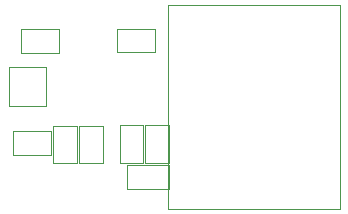
<source format=gbr>
G04 #@! TF.FileFunction,Other,User*
%FSLAX46Y46*%
G04 Gerber Fmt 4.6, Leading zero omitted, Abs format (unit mm)*
G04 Created by KiCad (PCBNEW (2016-04-04 BZR 6663, Git 30f5a7a)-product) date 13/07/2016 18:07:22*
%MOMM*%
G01*
G04 APERTURE LIST*
%ADD10C,0.100000*%
%ADD11C,0.050000*%
G04 APERTURE END LIST*
D10*
D11*
X159588000Y-92345000D02*
X156388000Y-92345000D01*
X159588000Y-94345000D02*
X156388000Y-94345000D01*
X159588000Y-92345000D02*
X159588000Y-94345000D01*
X156388000Y-92345000D02*
X156388000Y-94345000D01*
X158766000Y-100508000D02*
X158766000Y-103708000D01*
X160766000Y-100508000D02*
X160766000Y-103708000D01*
X158766000Y-100508000D02*
X160766000Y-100508000D01*
X158766000Y-103708000D02*
X160766000Y-103708000D01*
X153178000Y-100559000D02*
X153178000Y-103759000D01*
X155178000Y-100559000D02*
X155178000Y-103759000D01*
X153178000Y-100559000D02*
X155178000Y-100559000D01*
X153178000Y-103759000D02*
X155178000Y-103759000D01*
X156607000Y-100508000D02*
X156607000Y-103708000D01*
X158607000Y-100508000D02*
X158607000Y-103708000D01*
X156607000Y-100508000D02*
X158607000Y-100508000D01*
X156607000Y-103708000D02*
X158607000Y-103708000D01*
X148260000Y-94370400D02*
X151460000Y-94370400D01*
X148260000Y-92370400D02*
X151460000Y-92370400D01*
X148260000Y-94370400D02*
X148260000Y-92370400D01*
X151460000Y-94370400D02*
X151460000Y-92370400D01*
X150749000Y-101006000D02*
X147549000Y-101006000D01*
X150749000Y-103006000D02*
X147549000Y-103006000D01*
X150749000Y-101006000D02*
X150749000Y-103006000D01*
X147549000Y-101006000D02*
X147549000Y-103006000D01*
X150393200Y-98932000D02*
X150393200Y-95632000D01*
X150393200Y-95632000D02*
X147193200Y-95632000D01*
X147193200Y-95632000D02*
X147193200Y-98932000D01*
X147193200Y-98932000D02*
X150393200Y-98932000D01*
X150943000Y-100559000D02*
X150943000Y-103759000D01*
X152943000Y-100559000D02*
X152943000Y-103759000D01*
X150943000Y-100559000D02*
X152943000Y-100559000D01*
X150943000Y-103759000D02*
X152943000Y-103759000D01*
X157204000Y-105902000D02*
X160804000Y-105902000D01*
X157204000Y-103902000D02*
X160804000Y-103902000D01*
X157204000Y-105902000D02*
X157204000Y-103902000D01*
X160804000Y-105902000D02*
X160804000Y-103902000D01*
X175252000Y-90331000D02*
X160652000Y-90331000D01*
X160652000Y-107581000D02*
X175252000Y-107581000D01*
X175252000Y-90331000D02*
X175252000Y-107581000D01*
X160652000Y-90331000D02*
X160652000Y-107581000D01*
M02*

</source>
